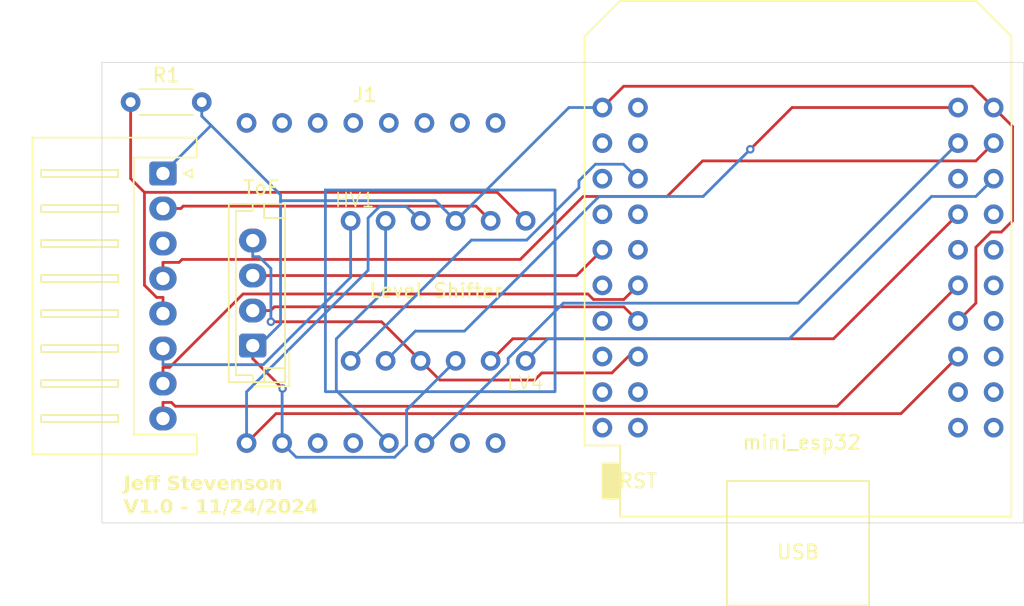
<source format=kicad_pcb>
(kicad_pcb (version 20240108) (generator "pcbnew") (generator_version "8.0")
  (layers (0 "F.Cu" signal) (31 "B.Cu" signal) (34 "B.Paste" user) (35 "F.Paste" user) (36 "B.SilkS" user "B.Silkscreen") (37 "F.SilkS" user "F.Silkscreen") (38 "B.Mask" user) (39 "F.Mask" user) (44 "Edge.Cuts" user))
  (net 0 "")
  (net 38 "GND")
  (net 39 "Net-(J2-HV4)")
  (net 40 "Net-(J2-HV3)")
  (net 41 "Net-(J2-LV1)")
  (net 42 "Net-(J2-HV)")
  (net 43 "Net-(J2-LV3)")
  (net 44 "Net-(J2-LV4)")
  (net 45 "Net-(J2-3.3v)")
  (net 46 "Net-(U1-RXD)")
  (net 47 "Net-(J2-LV2)")
  (net 48 "Net-(J2-HV1)")
  (net 49 "Net-(J4-Pin_4)")
  (net 50 "Net-(J4-Pin_7)")
  (net 51 "Net-(J4-Pin_8)")
  (net 52 "Net-(J6-Pin_3)")
  (net 53 "Net-(J6-Pin_2)")
  (net 54 "Net-(J2-HV2)")
  (footprint "Connector_PinHeader_2.54mm:Pellet Stove Header pins" (layer "F.Cu") (at 114.26 111.08 -90)
    (property "Reference" "J1" (at -13.44 -2.1 180) (layer "F.SilkS"))
    (property "Value" "~" (hide yes))
    (pad "1" thru_hole circle (at -11.43 -11.43 180) (size 1.4 1.4) (drill 0.8) (layers "*.Cu" "*.Mask"))
    (pad "2" thru_hole circle (at -11.43 -8.89 180) (size 1.4 1.4) (drill 0.8) (layers "*.Cu" "*.Mask"))
    (pad "3" thru_hole circle (at -11.43 -6.35 180) (size 1.4 1.4) (drill 0.8) (layers "*.Cu" "*.Mask"))
    (pad "4" thru_hole circle (at -11.43 -3.81 180) (size 1.4 1.4) (drill 0.8) (layers "*.Cu" "*.Mask"))
    (pad "5" thru_hole circle (at -11.43 -1.27 180) (size 1.4 1.4) (drill 0.8) (layers "*.Cu" "*.Mask"))
    (pad "6" thru_hole circle (at -11.43 1.27 180) (size 1.4 1.4) (drill 0.8) (layers "*.Cu" "*.Mask"))
    (pad "7" thru_hole circle (at -11.43 3.81 180) (size 1.4 1.4) (drill 0.8) (layers "*.Cu" "*.Mask"))
    (pad "8" thru_hole circle (at -11.43 6.35 180) (size 1.4 1.4) (drill 0.8) (layers "*.Cu" "*.Mask"))
    (pad "9" thru_hole circle (at 11.43 6.35 180) (size 1.4 1.4) (drill 0.8) (layers "*.Cu" "*.Mask") (net 42 "Net-(J2-HV)"))
    (pad "10" thru_hole circle (at 11.43 3.81 180) (size 1.4 1.4) (drill 0.8) (layers "*.Cu" "*.Mask") (net 38 "GND"))
    (pad "11" thru_hole circle (at 11.43 1.27 180) (size 1.4 1.4) (drill 0.8) (layers "*.Cu" "*.Mask"))
    (pad "12" thru_hole circle (at 11.43 -1.27 180) (size 1.4 1.4) (drill 0.8) (layers "*.Cu" "*.Mask"))
    (pad "13" thru_hole circle (at 11.43 -3.81 180) (size 1.4 1.4) (drill 0.8) (layers "*.Cu" "*.Mask") (net 54 "Net-(J2-HV2)"))
    (pad "14" thru_hole circle (at 11.43 -6.35 180) (size 1.4 1.4) (drill 0.8) (layers "*.Cu" "*.Mask") (net 46 "Net-(U1-RXD)"))
    (pad "15" thru_hole circle (at 11.43 -8.89 180) (size 1.4 1.4) (drill 0.8) (layers "*.Cu" "*.Mask"))
    (pad "16" thru_hole circle (at 11.43 -11.43 180) (size 1.4 1.4) (drill 0.8) (layers "*.Cu" "*.Mask"))
  )
  (footprint "Connector_JST:JST_EH_B4B-EH-A_1x04_P2.50mm_Vertical" (layer "F.Cu") (at 108.35 115.55 90)
    (property "Reference" "J6" (hide yes))
    (property "Value" "ToF" (at 11.26 0.61 180) (layer "F.SilkS"))
    (fp_line (start 10.11 -1.71) (end -2.61 -1.71) (stroke (width 0.12)) (layer "F.SilkS"))
    (fp_line (start -2.61 -1.71) (end -2.61 2.31) (stroke (width 0.12)) (layer "F.SilkS"))
    (fp_line (start 9.61 -1.21) (end 9.61 0) (stroke (width 0.12)) (layer "F.SilkS"))
    (fp_line (start -2.11 -1.21) (end 9.61 -1.21) (stroke (width 0.12)) (layer "F.SilkS"))
    (fp_line (start 9.61 0) (end 10.11 0) (stroke (width 0.12)) (layer "F.SilkS"))
    (fp_line (start -2.11 0) (end -2.11 -1.21) (stroke (width 0.12)) (layer "F.SilkS"))
    (fp_line (start -2.61 0) (end -2.11 0) (stroke (width 0.12)) (layer "F.SilkS"))
    (fp_line (start -2.91 0.11) (end -2.91 2.61) (stroke (width 0.12)) (layer "F.SilkS"))
    (fp_line (start 10.11 0.81) (end 9.11 0.81) (stroke (width 0.12)) (layer "F.SilkS"))
    (fp_line (start 9.11 0.81) (end 9.11 2.31) (stroke (width 0.12)) (layer "F.SilkS"))
    (fp_line (start -1.61 0.81) (end -1.61 2.31) (stroke (width 0.12)) (layer "F.SilkS"))
    (fp_line (start -2.61 0.81) (end -1.61 0.81) (stroke (width 0.12)) (layer "F.SilkS"))
    (fp_line (start 10.11 2.31) (end 10.11 -1.71) (stroke (width 0.12)) (layer "F.SilkS"))
    (fp_line (start -2.61 2.31) (end 10.11 2.31) (stroke (width 0.12)) (layer "F.SilkS"))
    (fp_line (start -2.91 2.61) (end -0.41 2.61) (stroke (width 0.12)) (layer "F.SilkS"))
    (pad "1" thru_hole roundrect (at 0 0 90) (size 1.7 1.95) (drill 0.95) (layers "*.Cu" "*.Mask") (roundrect_rratio 0.147059) (net 38 "GND"))
    (pad "2" thru_hole oval (at 2.5 0 90) (size 1.7 1.95) (drill 0.95) (layers "*.Cu" "*.Mask") (net 53 "Net-(J6-Pin_2)"))
    (pad "3" thru_hole oval (at 5 0 90) (size 1.7 1.95) (drill 0.95) (layers "*.Cu" "*.Mask") (net 52 "Net-(J6-Pin_3)"))
    (pad "4" thru_hole oval (at 7.5 0 90) (size 1.7 1.95) (drill 0.95) (layers "*.Cu" "*.Mask") (net 45 "Net-(J2-3.3v)"))
  )
  (footprint "Connector_JST:JST_XH_S8B-XH-A_1x08_P2.50mm_Horizontal" (layer "F.Cu") (at 101.94 103.26 -90)
    (property "Reference" "J4" (hide yes))
    (property "Value" "MCU USB & display")
    (fp_line (start -2.56 9.31) (end -2.56 -2.41) (stroke (width 0.12)) (layer "F.SilkS"))
    (fp_line (start 8.75 9.31) (end -2.56 9.31) (stroke (width 0.12)) (layer "F.SilkS"))
    (fp_line (start 8.75 9.31) (end 20.06 9.31) (stroke (width 0.12)) (layer "F.SilkS"))
    (fp_line (start 20.06 9.31) (end 20.06 -2.41) (stroke (width 0.12)) (layer "F.SilkS"))
    (fp_line (start -0.25 8.7) (end 0.25 8.7) (stroke (width 0.12)) (layer "F.SilkS"))
    (fp_line (start 0.25 8.7) (end 0.25 3.2) (stroke (width 0.12)) (layer "F.SilkS"))
    (fp_line (start 2.25 8.7) (end 2.75 8.7) (stroke (width 0.12)) (layer "F.SilkS"))
    (fp_line (start 2.75 8.7) (end 2.75 3.2) (stroke (width 0.12)) (layer "F.SilkS"))
    (fp_line (start 4.75 8.7) (end 5.25 8.7) (stroke (width 0.12)) (layer "F.SilkS"))
    (fp_line (start 5.25 8.7) (end 5.25 3.2) (stroke (width 0.12)) (layer "F.SilkS"))
    (fp_line (start 7.25 8.7) (end 7.75 8.7) (stroke (width 0.12)) (layer "F.SilkS"))
    (fp_line (start 7.75 8.7) (end 7.75 3.2) (stroke (width 0.12)) (layer "F.SilkS"))
    (fp_line (start 9.75 8.7) (end 10.25 8.7) (stroke (width 0.12)) (layer "F.SilkS"))
    (fp_line (start 10.25 8.7) (end 10.25 3.2) (stroke (width 0.12)) (layer "F.SilkS"))
    (fp_line (start 12.25 8.7) (end 12.75 8.7) (stroke (width 0.12)) (layer "F.SilkS"))
    (fp_line (start 12.75 8.7) (end 12.75 3.2) (stroke (width 0.12)) (layer "F.SilkS"))
    (fp_line (start 14.75 8.7) (end 15.25 8.7) (stroke (width 0.12)) (layer "F.SilkS"))
    (fp_line (start 15.25 8.7) (end 15.25 3.2) (stroke (width 0.12)) (layer "F.SilkS"))
    (fp_line (start 17.25 8.7) (end 17.75 8.7) (stroke (width 0.12)) (layer "F.SilkS"))
    (fp_line (start 17.75 8.7) (end 17.75 3.2) (stroke (width 0.12)) (layer "F.SilkS"))
    (fp_line (start -0.25 3.2) (end -0.25 8.7) (stroke (width 0.12)) (layer "F.SilkS"))
    (fp_line (start 0.25 3.2) (end -0.25 3.2) (stroke (width 0.12)) (layer "F.SilkS"))
    (fp_line (start 2.25 3.2) (end 2.25 8.7) (stroke (width 0.12)) (layer "F.SilkS"))
    (fp_line (start 2.75 3.2) (end 2.25 3.2) (stroke (width 0.12)) (layer "F.SilkS"))
    (fp_line (start 4.75 3.2) (end 4.75 8.7) (stroke (width 0.12)) (layer "F.SilkS"))
    (fp_line (start 5.25 3.2) (end 4.75 3.2) (stroke (width 0.12)) (layer "F.SilkS"))
    (fp_line (start 7.25 3.2) (end 7.25 8.7) (stroke (width 0.12)) (layer "F.SilkS"))
    (fp_line (start 7.75 3.2) (end 7.25 3.2) (stroke (width 0.12)) (layer "F.SilkS"))
    (fp_line (start 9.75 3.2) (end 9.75 8.7) (stroke (width 0.12)) (layer "F.SilkS"))
    (fp_line (start 10.25 3.2) (end 9.75 3.2) (stroke (width 0.12)) (layer "F.SilkS"))
    (fp_line (start 12.25 3.2) (end 12.25 8.7) (stroke (width 0.12)) (layer "F.SilkS"))
    (fp_line (start 12.75 3.2) (end 12.25 3.2) (stroke (width 0.12)) (layer "F.SilkS"))
    (fp_line (start 14.75 3.2) (end 14.75 8.7) (stroke (width 0.12)) (layer "F.SilkS"))
    (fp_line (start 15.25 3.2) (end 14.75 3.2) (stroke (width 0.12)) (layer "F.SilkS"))
    (fp_line (start 17.25 3.2) (end 17.25 8.7) (stroke (width 0.12)) (layer "F.SilkS"))
    (fp_line (start 17.75 3.2) (end 17.25 3.2) (stroke (width 0.12)) (layer "F.SilkS"))
    (fp_line (start -1.14 2.09) (end 8.75 2.09) (stroke (width 0.12)) (layer "F.SilkS"))
    (fp_line (start 18.64 2.09) (end 8.75 2.09) (stroke (width 0.12)) (layer "F.SilkS"))
    (fp_line (start 0 -1.5) (end -0.3 -2.1) (stroke (width 0.12)) (layer "F.SilkS"))
    (fp_line (start -0.3 -2.1) (end 0.3 -2.1) (stroke (width 0.12)) (layer "F.SilkS"))
    (fp_line (start 0.3 -2.1) (end 0 -1.5) (stroke (width 0.12)) (layer "F.SilkS"))
    (fp_line (start -2.56 -2.41) (end -1.14 -2.41) (stroke (width 0.12)) (layer "F.SilkS"))
    (fp_line (start -1.14 -2.41) (end -1.14 2.09) (stroke (width 0.12)) (layer "F.SilkS"))
    (fp_line (start 18.64 -2.41) (end 18.64 2.09) (stroke (width 0.12)) (layer "F.SilkS"))
    (fp_line (start 20.06 -2.41) (end 18.64 -2.41) (stroke (width 0.12)) (layer "F.SilkS"))
    (pad "1" thru_hole roundrect (at 0 0 270) (size 1.7 1.95) (drill 0.95) (layers "*.Cu" "*.Mask") (roundrect_rratio 0.147059) (net 38 "GND"))
    (pad "2" thru_hole oval (at 2.5 0 270) (size 1.7 1.95) (drill 0.95) (layers "*.Cu" "*.Mask") (net 40 "Net-(J2-HV3)"))
    (pad "3" thru_hole oval (at 5 0 270) (size 1.7 1.95) (drill 0.95) (layers "*.Cu" "*.Mask"))
    (pad "4" thru_hole oval (at 7.5 0 270) (size 1.7 1.95) (drill 0.95) (layers "*.Cu" "*.Mask") (net 49 "Net-(J4-Pin_4)"))
    (pad "5" thru_hole oval (at 10 0 270) (size 1.7 1.95) (drill 0.95) (layers "*.Cu" "*.Mask") (net 39 "Net-(J2-HV4)"))
    (pad "6" thru_hole oval (at 12.5 0 270) (size 1.7 1.95) (drill 0.95) (layers "*.Cu" "*.Mask") (net 48 "Net-(J2-HV1)"))
    (pad "7" thru_hole oval (at 15 0 270) (size 1.7 1.95) (drill 0.95) (layers "*.Cu" "*.Mask") (net 50 "Net-(J4-Pin_7)"))
    (pad "8" thru_hole oval (at 17.5 0 270) (size 1.7 1.95) (drill 0.95) (layers "*.Cu" "*.Mask") (net 51 "Net-(J4-Pin_8)"))
  )
  (footprint "ESP32_mini:ESP32_mini" (layer "F.Cu") (at 147.29 109.98)
    (property "Reference" "U1" (hide yes))
    (property "Value" "mini_esp32" (at 0.26 12.48 0) (layer "F.SilkS"))
    (fp_line (start -15.24 -16.51) (end -15.24 12.7) (stroke (width 0.12)) (layer "F.SilkS"))
    (fp_line (start -15.24 12.7) (end -12.7 12.7) (stroke (width 0.12)) (layer "F.SilkS"))
    (fp_line (start -12.7 -19.05) (end -15.24 -16.51) (stroke (width 0.12)) (layer "F.SilkS"))
    (fp_line (start -12.7 -19.05) (end -11.43 -19.05) (stroke (width 0.12)) (layer "F.SilkS"))
    (fp_line (start -12.7 12.7) (end -12.7 17.78) (stroke (width 0.12)) (layer "F.SilkS"))
    (fp_line (start -12.7 17.78) (end 15.24 17.78) (stroke (width 0.12)) (layer "F.SilkS"))
    (fp_line (start -5.08 15.24) (end 5.08 15.24) (stroke (width 0.12)) (layer "F.SilkS"))
    (fp_line (start -5.08 17.78) (end -5.08 15.24) (stroke (width 0.12)) (layer "F.SilkS"))
    (fp_line (start -5.08 17.78) (end -5.08 24.13) (stroke (width 0.12)) (layer "F.SilkS"))
    (fp_line (start -5.08 24.13) (end 5.08 24.13) (stroke (width 0.12)) (layer "F.SilkS"))
    (fp_line (start 5.08 15.24) (end 5.08 17.78) (stroke (width 0.12)) (layer "F.SilkS"))
    (fp_line (start 5.08 24.13) (end 5.08 17.78) (stroke (width 0.12)) (layer "F.SilkS"))
    (fp_line (start 12.7 -19.05) (end -11.43 -19.05) (stroke (width 0.12)) (layer "F.SilkS"))
    (fp_line (start 12.7 -19.05) (end 15.24 -16.51) (stroke (width 0.12)) (layer "F.SilkS"))
    (fp_line (start 15.24 -16.51) (end 15.24 17.78) (stroke (width 0.12)) (layer "F.SilkS"))
    (fp_poly (pts (xy -13.97 16.51) (xy -13.97 13.97) (xy -12.7 13.97) (xy -12.7 16.51)) (stroke (width 0.1)) (fill solid) (layer "F.SilkS"))
    (fp_text user "USB" (at 0 20.32 0) (layer "F.SilkS"))
    (fp_text user "RST" (at -11.43 15.24 0) (layer "F.SilkS"))
    (pad "1" thru_hole circle (at -13.97 -11.43 270) (size 1.4 1.4) (drill 0.8) (layers "*.Cu" "*.Mask") (net 38 "GND"))
    (pad "2" thru_hole circle (at -11.43 -11.43 270) (size 1.4 1.4) (drill 0.8) (layers "*.Cu" "*.Mask"))
    (pad "3" thru_hole circle (at -13.97 -8.89 270) (size 1.4 1.4) (drill 0.8) (layers "*.Cu" "*.Mask"))
    (pad "4" thru_hole circle (at -11.43 -8.89 270) (size 1.4 1.4) (drill 0.8) (layers "*.Cu" "*.Mask"))
    (pad "5" thru_hole circle (at -13.97 -6.35 270) (size 1.4 1.4) (drill 0.8) (layers "*.Cu" "*.Mask"))
    (pad "6" thru_hole circle (at -11.43 -6.35 270) (size 1.4 1.4) (drill 0.8) (layers "*.Cu" "*.Mask") (net 41 "Net-(J2-LV1)"))
    (pad "7" thru_hole circle (at -13.97 -3.81 270) (size 1.4 1.4) (drill 0.8) (layers "*.Cu" "*.Mask"))
    (pad "8" thru_hole circle (at -11.43 -3.81 270) (size 1.4 1.4) (drill 0.8) (layers "*.Cu" "*.Mask"))
    (pad "9" thru_hole circle (at -13.97 -1.27 270) (size 1.4 1.4) (drill 0.8) (layers "*.Cu" "*.Mask") (net 52 "Net-(J6-Pin_3)"))
    (pad "10" thru_hole circle (at -11.43 -1.27 270) (size 1.4 1.4) (drill 0.8) (layers "*.Cu" "*.Mask"))
    (pad "11" thru_hole circle (at -13.97 1.27 270) (size 1.4 1.4) (drill 0.8) (layers "*.Cu" "*.Mask"))
    (pad "12" thru_hole circle (at -11.43 1.27 270) (size 1.4 1.4) (drill 0.8) (layers "*.Cu" "*.Mask") (net 50 "Net-(J4-Pin_7)"))
    (pad "13" thru_hole circle (at -13.97 3.81 270) (size 1.4 1.4) (drill 0.8) (layers "*.Cu" "*.Mask"))
    (pad "14" thru_hole circle (at -11.43 3.81 270) (size 1.4 1.4) (drill 0.8) (layers "*.Cu" "*.Mask") (net 53 "Net-(J6-Pin_2)"))
    (pad "15" thru_hole circle (at -13.97 6.35 270) (size 1.4 1.4) (drill 0.8) (layers "*.Cu" "*.Mask"))
    (pad "16" thru_hole circle (at -11.43 6.35 270) (size 1.4 1.4) (drill 0.8) (layers "*.Cu" "*.Mask") (net 45 "Net-(J2-3.3v)"))
    (pad "17" thru_hole circle (at -13.97 8.89 270) (size 1.4 1.4) (drill 0.8) (layers "*.Cu" "*.Mask"))
    (pad "18" thru_hole circle (at -11.43 8.89 270) (size 1.4 1.4) (drill 0.8) (layers "*.Cu" "*.Mask"))
    (pad "19" thru_hole circle (at -13.97 11.43 270) (size 1.4 1.4) (drill 0.8) (layers "*.Cu" "*.Mask"))
    (pad "20" thru_hole circle (at -11.43 11.43 270) (size 1.4 1.4) (drill 0.8) (layers "*.Cu" "*.Mask"))
    (pad "21" thru_hole circle (at 11.43 -11.43 270) (size 1.4 1.4) (drill 0.8) (layers "*.Cu" "*.Mask") (net 47 "Net-(J2-LV2)"))
    (pad "22" thru_hole circle (at 13.97 -11.43 270) (size 1.4 1.4) (drill 0.8) (layers "*.Cu" "*.Mask") (net 38 "GND"))
    (pad "23" thru_hole circle (at 11.43 -8.89 270) (size 1.4 1.4) (drill 0.8) (layers "*.Cu" "*.Mask") (net 46 "Net-(U1-RXD)"))
    (pad "24" thru_hole circle (at 13.97 -8.89 270) (size 1.4 1.4) (drill 0.8) (layers "*.Cu" "*.Mask") (net 49 "Net-(J4-Pin_4)"))
    (pad "25" thru_hole circle (at 11.43 -6.35 270) (size 1.4 1.4) (drill 0.8) (layers "*.Cu" "*.Mask"))
    (pad "26" thru_hole circle (at 13.97 -6.35 270) (size 1.4 1.4) (drill 0.8) (layers "*.Cu" "*.Mask") (net 44 "Net-(J2-LV4)"))
    (pad "27" thru_hole circle (at 11.43 -3.81 270) (size 1.4 1.4) (drill 0.8) (layers "*.Cu" "*.Mask") (net 43 "Net-(J2-LV3)"))
    (pad "28" thru_hole circle (at 13.97 -3.81 270) (size 1.4 1.4) (drill 0.8) (layers "*.Cu" "*.Mask"))
    (pad "29" thru_hole circle (at 11.43 -1.27 270) (size 1.4 1.4) (drill 0.8) (layers "*.Cu" "*.Mask"))
    (pad "30" thru_hole circle (at 13.97 -1.27 270) (size 1.4 1.4) (drill 0.8) (layers "*.Cu" "*.Mask"))
    (pad "31" thru_hole circle (at 11.43 1.27 270) (size 1.4 1.4) (drill 0.8) (layers "*.Cu" "*.Mask") (net 51 "Net-(J4-Pin_8)"))
    (pad "32" thru_hole circle (at 13.97 1.27 270) (size 1.4 1.4) (drill 0.8) (layers "*.Cu" "*.Mask"))
    (pad "33" thru_hole circle (at 11.43 3.81 270) (size 1.4 1.4) (drill 0.8) (layers "*.Cu" "*.Mask") (net 38 "GND"))
    (pad "34" thru_hole circle (at 13.97 3.81 270) (size 1.4 1.4) (drill 0.8) (layers "*.Cu" "*.Mask"))
    (pad "35" thru_hole circle (at 11.43 6.35 270) (size 1.4 1.4) (drill 0.8) (layers "*.Cu" "*.Mask") (net 42 "Net-(J2-HV)"))
    (pad "36" thru_hole circle (at 13.97 6.35 270) (size 1.4 1.4) (drill 0.8) (layers "*.Cu" "*.Mask"))
    (pad "37" thru_hole circle (at 11.43 8.89 270) (size 1.4 1.4) (drill 0.8) (layers "*.Cu" "*.Mask"))
    (pad "38" thru_hole circle (at 13.97 8.89 270) (size 1.4 1.4) (drill 0.8) (layers "*.Cu" "*.Mask"))
    (pad "39" thru_hole circle (at 11.43 11.43 270) (size 1.4 1.4) (drill 0.8) (layers "*.Cu" "*.Mask"))
    (pad "40" thru_hole circle (at 13.97 11.43 270) (size 1.4 1.4) (drill 0.8) (layers "*.Cu" "*.Mask"))
  )
  (footprint "Logic Level Converter:Logic Level Converter" (layer "F.Cu") (at 123.54 113.04)
    (property "Reference" "J2" (hide yes))
    (property "Value" "~")
    (fp_rect (start -10 -8.6) (end 6.4 5.8) (stroke (width 0.2)) (fill none) (layer "B.Cu"))
    (fp_text user "HV1" (at -9.4 -7.3 0) (layer "F.SilkS") (effects (font (thickness 0.1)) (justify left bottom)))
    (fp_text user "LV4" (at 2.9 5.8 0) (layer "F.SilkS") (effects (font (thickness 0.1)) (justify left bottom)))
    (pad "1" thru_hole circle (at -8.2 3.6 270) (size 1.4 1.4) (drill 0.8) (layers "*.Cu" "*.Mask") (net 41 "Net-(J2-LV1)"))
    (pad "2" thru_hole circle (at -5.7 3.6 270) (size 1.4 1.4) (drill 0.8) (layers "*.Cu" "*.Mask") (net 47 "Net-(J2-LV2)"))
    (pad "3" thru_hole circle (at -3.2 3.6 270) (size 1.4 1.4) (drill 0.8) (layers "*.Cu" "*.Mask") (net 45 "Net-(J2-3.3v)"))
    (pad "4" thru_hole circle (at -0.7 3.6 270) (size 1.4 1.4) (drill 0.8) (layers "*.Cu" "*.Mask") (net 38 "GND"))
    (pad "5" thru_hole circle (at 1.8 3.6 270) (size 1.4 1.4) (drill 0.8) (layers "*.Cu" "*.Mask") (net 43 "Net-(J2-LV3)"))
    (pad "6" thru_hole circle (at 4.3 3.6 270) (size 1.4 1.4) (drill 0.8) (layers "*.Cu" "*.Mask") (net 44 "Net-(J2-LV4)"))
    (pad "7" thru_hole circle (at 4.3 -6.4 270) (size 1.4 1.4) (drill 0.8) (layers "*.Cu" "*.Mask") (net 39 "Net-(J2-HV4)"))
    (pad "8" thru_hole circle (at 1.8 -6.4 270) (size 1.4 1.4) (drill 0.8) (layers "*.Cu" "*.Mask") (net 40 "Net-(J2-HV3)"))
    (pad "9" thru_hole circle (at -0.7 -6.4 270) (size 1.4 1.4) (drill 0.8) (layers "*.Cu" "*.Mask") (net 38 "GND"))
    (pad "10" thru_hole circle (at -3.2 -6.4 270) (size 1.4 1.4) (drill 0.8) (layers "*.Cu" "*.Mask") (net 42 "Net-(J2-HV)"))
    (pad "11" thru_hole circle (at -5.7 -6.4 270) (size 1.4 1.4) (drill 0.8) (layers "*.Cu" "*.Mask") (net 54 "Net-(J2-HV2)"))
    (pad "12" thru_hole circle (at -8.2 -6.4 270) (size 1.4 1.4) (drill 0.8) (layers "*.Cu" "*.Mask") (net 48 "Net-(J2-HV1)"))
  )
  (footprint "Resistor_THT:R_Axial_DIN0204_L3.6mm_D1.6mm_P5.08mm_Horizontal" (layer "F.Cu") (at 99.63 98.16)
    (property "Reference" "R1" (at 2.54 -1.92 0) (layer "F.SilkS"))
    (property "Value" "1k")
    (fp_line (start 0.62 -0.92) (end 4.46 -0.92) (stroke (width 0.12)) (layer "F.SilkS"))
    (fp_line (start 0.62 0.92) (end 4.46 0.92) (stroke (width 0.12)) (layer "F.SilkS"))
    (pad "1" thru_hole circle (at 0 0) (size 1.4 1.4) (drill 0.7) (layers "*.Cu" "*.Mask") (net 39 "Net-(J2-HV4)"))
    (pad "2" thru_hole oval (at 5.08 0) (size 1.4 1.4) (drill 0.7) (layers "*.Cu" "*.Mask") (net 38 "GND"))
  )
  (gr_rect (start 97.58 95.33) (end 163.41 128.209564) (stroke (width 0.05)) (fill none) (layer "Edge.Cuts"))
  (gr_text "Level Shifter" (at 116.58 112.21 0) (layer "F.SilkS") (effects (font (size 1 1)) (justify left bottom)))
  (gr_text "Jeff Stevenson\nV1.0 - 11/24/2024\n" (at 99.12 127.71 0) (layer "F.SilkS") (effects (font (size 1 1) (thickness 0.25) (bold yes)) (justify left bottom)))
  (segment (start 133.32 98.55) (end 134.84 97.03) (width 0.2) (layer "F.Cu") (net 38))
  (segment (start 134.84 97.03) (end 159.74 97.03) (width 0.2) (layer "F.Cu") (net 38))
  (segment (start 159.74 97.03) (end 161.26 98.55) (width 0.2) (layer "F.Cu") (net 38))
  (segment (start 161.081 107.44) (end 159.99 108.531) (width 0.2) (layer "F.Cu") (net 38))
  (segment (start 159.99 108.531) (end 159.99 112.52) (width 0.2) (layer "F.Cu") (net 38))
  (segment (start 162.61 106.64) (end 161.81 107.44) (width 0.2) (layer "F.Cu") (net 38))
  (segment (start 159.99 112.52) (end 158.72 113.79) (width 0.2) (layer "F.Cu") (net 38))
  (segment (start 161.26 98.55) (end 162.61 99.9) (width 0.2) (layer "F.Cu") (net 38))
  (segment (start 108.35 116.484) (end 110.481 118.615) (width 0.2) (layer "F.Cu") (net 38))
  (segment (start 162.61 99.9) (end 162.61 106.64) (width 0.2) (layer "F.Cu") (net 38))
  (segment (start 161.81 107.44) (end 161.081 107.44) (width 0.2) (layer "F.Cu") (net 38))
  (segment (start 108.35 115.55) (end 108.35 116.484) (width 0.2) (layer "F.Cu") (net 38))
  (via (at 110.481 118.615) (size 0.6) (drill 0.3) (layers "F.Cu" "B.Cu") (net 38))
  (segment (start 119.34 120.14) (end 119.34 122.668) (width 0.2) (layer "B.Cu") (net 38))
  (segment (start 122.84 106.64) (end 130.93 98.55) (width 0.2) (layer "B.Cu") (net 38))
  (segment (start 105.3742 99.826) (end 104.71 99.1617) (width 0.2) (layer "B.Cu") (net 38))
  (segment (start 119.34 122.668) (end 118.483 123.525) (width 0.2) (layer "B.Cu") (net 38))
  (segment (start 111.465 123.525) (end 110.45 122.51) (width 0.2) (layer "B.Cu") (net 38))
  (segment (start 108.795 115.55) (end 110.336 114.009) (width 0.2) (layer "B.Cu") (net 38))
  (segment (start 121.4 105.2) (end 110.336 105.2) (width 0.2) (layer "B.Cu") (net 38))
  (segment (start 101.9402 103.26) (end 105.3742 99.826) (width 0.2) (layer "B.Cu") (net 38))
  (segment (start 108.35 115.55) (end 108.795 115.55) (width 0.2) (layer "B.Cu") (net 38))
  (segment (start 110.336 105.2) (end 110.336 104.788) (width 0.2) (layer "B.Cu") (net 38))
  (segment (start 101.94 103.26) (end 101.9402 103.26) (width 0.2) (layer "B.Cu") (net 38))
  (segment (start 110.336 104.788) (end 105.3742 99.826) (width 0.2) (layer "B.Cu") (net 38))
  (segment (start 118.483 123.525) (end 111.465 123.525) (width 0.2) (layer "B.Cu") (net 38))
  (segment (start 104.71 99.1617) (end 104.71 98.16) (width 0.2) (layer "B.Cu") (net 38))
  (segment (start 122.84 116.64) (end 119.34 120.14) (width 0.2) (layer "B.Cu") (net 38))
  (segment (start 110.481 118.615) (end 110.45 118.646) (width 0.2) (layer "B.Cu") (net 38))
  (segment (start 110.336 114.009) (end 110.336 105.2) (width 0.2) (layer "B.Cu") (net 38))
  (segment (start 130.93 98.55) (end 133.32 98.55) (width 0.2) (layer "B.Cu") (net 38))
  (segment (start 110.45 118.646) (end 110.45 122.51) (width 0.2) (layer "B.Cu") (net 38))
  (segment (start 122.84 106.64) (end 121.4 105.2) (width 0.2) (layer "B.Cu") (net 38))
  (segment (start 100.617 104.606) (end 99.63 103.618) (width 0.2) (layer "F.Cu") (net 39))
  (segment (start 101.488 112.108) (end 101.94 112.108) (width 0.2) (layer "F.Cu") (net 39))
  (segment (start 125.806 104.606) (end 100.617 104.606) (width 0.2) (layer "F.Cu") (net 39))
  (segment (start 100.617 111.237) (end 101.488 112.108) (width 0.2) (layer "F.Cu") (net 39))
  (segment (start 99.63 103.618) (end 99.63 98.16) (width 0.2) (layer "F.Cu") (net 39))
  (segment (start 127.84 106.64) (end 125.806 104.606) (width 0.2) (layer "F.Cu") (net 39))
  (segment (start 100.617 104.606) (end 100.617 111.237) (width 0.2) (layer "F.Cu") (net 39))
  (segment (start 101.94 112.108) (end 101.94 113.26) (width 0.2) (layer "F.Cu") (net 39))
  (segment (start 101.94 105.76) (end 103.217 105.76) (width 0.2) (layer "F.Cu") (net 40))
  (segment (start 103.386 105.591) (end 124.291 105.591) (width 0.2) (layer "F.Cu") (net 40))
  (segment (start 124.291 105.591) (end 125.34 106.64) (width 0.2) (layer "F.Cu") (net 40))
  (segment (start 103.217 105.76) (end 103.386 105.591) (width 0.2) (layer "F.Cu") (net 40))
  (segment (start 123.963 108.017) (end 127.908 108.017) (width 0.2) (layer "B.Cu") (net 41))
  (segment (start 131.644 103.777) (end 132.823 102.598) (width 0.2) (layer "B.Cu") (net 41))
  (segment (start 115.34 116.64) (end 123.963 108.017) (width 0.2) (layer "B.Cu") (net 41))
  (segment (start 134.828 102.598) (end 135.86 103.63) (width 0.2) (layer "B.Cu") (net 41))
  (segment (start 132.823 102.598) (end 134.828 102.598) (width 0.2) (layer "B.Cu") (net 41))
  (segment (start 131.644 104.28) (end 131.644 103.777) (width 0.2) (layer "B.Cu") (net 41))
  (segment (start 127.908 108.017) (end 131.644 104.28) (width 0.2) (layer "B.Cu") (net 41))
  (segment (start 110.012 120.408) (end 154.642 120.408) (width 0.2) (layer "F.Cu") (net 42))
  (segment (start 107.91 122.51) (end 110.012 120.408) (width 0.2) (layer "F.Cu") (net 42))
  (segment (start 154.642 120.408) (end 158.72 116.33) (width 0.2) (layer "F.Cu") (net 42))
  (segment (start 117.405 105.62) (end 119.32 105.62) (width 0.2) (layer "B.Cu") (net 42))
  (segment (start 107.91 122.51) (end 107.91 118.852) (width 0.2) (layer "B.Cu") (net 42))
  (segment (start 116.59 110.172) (end 116.59 106.435) (width 0.2) (layer "B.Cu") (net 42))
  (segment (start 107.91 118.852) (end 116.59 110.172) (width 0.2) (layer "B.Cu") (net 42))
  (segment (start 116.59 106.435) (end 117.405 105.62) (width 0.2) (layer "B.Cu") (net 42))
  (segment (start 119.32 105.62) (end 120.34 106.64) (width 0.2) (layer "B.Cu") (net 42))
  (segment (start 149.83 115.06) (end 158.72 106.17) (width 0.2) (layer "F.Cu") (net 43))
  (segment (start 125.34 116.64) (end 126.92 115.06) (width 0.2) (layer "F.Cu") (net 43))
  (segment (start 126.92 115.06) (end 149.83 115.06) (width 0.2) (layer "F.Cu") (net 43))
  (segment (start 129.42 115.06) (end 146.666 115.06) (width 0.2) (layer "B.Cu") (net 44))
  (segment (start 159.99 104.9) (end 161.26 103.63) (width 0.2) (layer "B.Cu") (net 44))
  (segment (start 156.826 104.9) (end 159.99 104.9) (width 0.2) (layer "B.Cu") (net 44))
  (segment (start 146.666 115.06) (end 156.826 104.9) (width 0.2) (layer "B.Cu") (net 44))
  (segment (start 127.84 116.64) (end 129.42 115.06) (width 0.2) (layer "B.Cu") (net 44))
  (segment (start 120.34 116.64) (end 117.547 113.847) (width 0.2) (layer "F.Cu") (net 45))
  (segment (start 128.99 117.5) (end 128.48 118.01) (width 0.2) (layer "F.Cu") (net 45))
  (segment (start 135.17 116.33) (end 134 117.5) (width 0.2) (layer "F.Cu") (net 45))
  (segment (start 135.86 116.33) (end 135.17 116.33) (width 0.2) (layer "F.Cu") (net 45))
  (segment (start 134 117.5) (end 128.99 117.5) (width 0.2) (layer "F.Cu") (net 45))
  (segment (start 128.48 118.01) (end 121.71 118.01) (width 0.2) (layer "F.Cu") (net 45))
  (segment (start 121.71 118.01) (end 120.34 116.64) (width 0.2) (layer "F.Cu") (net 45))
  (segment (start 117.547 113.847) (end 109.647 113.847) (width 0.2) (layer "F.Cu") (net 45))
  (via (at 109.647 113.847) (size 0.6) (drill 0.3) (layers "F.Cu" "B.Cu") (net 45))
  (segment (start 108.802 109.202) (end 108.35 109.202) (width 0.2) (layer "B.Cu") (net 45))
  (segment (start 109.647 113.847) (end 109.647 110.047) (width 0.2) (layer "B.Cu") (net 45))
  (segment (start 109.647 110.047) (end 108.802 109.202) (width 0.2) (layer "B.Cu") (net 45))
  (segment (start 108.35 109.202) (end 108.35 108.05) (width 0.2) (layer "B.Cu") (net 45))
  (segment (start 120.907 122.51) (end 120.61 122.51) (width 0.2) (layer "B.Cu") (net 46))
  (segment (start 147.29 112.52) (end 130.528 112.52) (width 0.2) (layer "B.Cu") (net 46))
  (segment (start 130.528 112.52) (end 126.59 116.458) (width 0.2) (layer "B.Cu") (net 46))
  (segment (start 158.72 101.09) (end 147.29 112.52) (width 0.2) (layer "B.Cu") (net 46))
  (segment (start 126.59 116.827) (end 120.907 122.51) (width 0.2) (layer "B.Cu") (net 46))
  (segment (start 126.59 116.458) (end 126.59 116.827) (width 0.2) (layer "B.Cu") (net 46))
  (segment (start 146.864 98.55) (end 158.72 98.55) (width 0.2) (layer "F.Cu") (net 47))
  (segment (start 143.882 101.532) (end 146.864 98.55) (width 0.2) (layer "F.Cu") (net 47))
  (via (at 143.882 101.532) (size 0.6) (drill 0.3) (layers "F.Cu" "B.Cu") (net 47))
  (segment (start 140.514 104.9) (end 133.085 104.9) (width 0.2) (layer "B.Cu") (net 47))
  (segment (start 143.882 101.532) (end 140.514 104.9) (width 0.2) (layer "B.Cu") (net 47))
  (segment (start 119.964 114.516) (end 117.84 116.64) (width 0.2) (layer "B.Cu") (net 47))
  (segment (start 123.469 114.516) (end 119.964 114.516) (width 0.2) (layer "B.Cu") (net 47))
  (segment (start 133.085 104.9) (end 123.469 114.516) (width 0.2) (layer "B.Cu") (net 47))
  (segment (start 101.94 115.76) (end 101.94 116.912) (width 0.2) (layer "B.Cu") (net 48))
  (segment (start 101.94 116.912) (end 109.103 116.912) (width 0.2) (layer "B.Cu") (net 48))
  (segment (start 109.103 116.912) (end 115.34 110.675) (width 0.2) (layer "B.Cu") (net 48))
  (segment (start 115.34 110.675) (end 115.34 106.64) (width 0.2) (layer "B.Cu") (net 48))
  (segment (start 140.478 102.36) (end 137.938 104.9) (width 0.2) (layer "F.Cu") (net 49))
  (segment (start 127.453 109.396) (end 103.304 109.396) (width 0.2) (layer "F.Cu") (net 49))
  (segment (start 159.99 102.36) (end 140.478 102.36) (width 0.2) (layer "F.Cu") (net 49))
  (segment (start 103.304 109.396) (end 103.092 109.608) (width 0.2) (layer "F.Cu") (net 49))
  (segment (start 137.938 104.9) (end 131.949 104.9) (width 0.2) (layer "F.Cu") (net 49))
  (segment (start 161.26 101.09) (end 159.99 102.36) (width 0.2) (layer "F.Cu") (net 49))
  (segment (start 103.092 109.608) (end 101.94 109.608) (width 0.2) (layer "F.Cu") (net 49))
  (segment (start 101.94 109.608) (end 101.94 110.76) (width 0.2) (layer "F.Cu") (net 49))
  (segment (start 131.949 104.9) (end 127.453 109.396) (width 0.2) (layer "F.Cu") (net 49))
  (segment (start 134.851 112.259) (end 135.86 111.25) (width 0.2) (layer "F.Cu") (net 50))
  (segment (start 102.412 117.108) (end 107.656 111.864) (width 0.2) (layer "F.Cu") (net 50))
  (segment (start 101.94 118.26) (end 101.94 117.108) (width 0.2) (layer "F.Cu") (net 50))
  (segment (start 107.656 111.864) (end 132.284 111.864) (width 0.2) (layer "F.Cu") (net 50))
  (segment (start 132.679 112.259) (end 134.851 112.259) (width 0.2) (layer "F.Cu") (net 50))
  (segment (start 132.284 111.864) (end 132.679 112.259) (width 0.2) (layer "F.Cu") (net 50))
  (segment (start 101.94 117.108) (end 102.412 117.108) (width 0.2) (layer "F.Cu") (net 50))
  (segment (start 101.94 120.76) (end 101.94 119.608) (width 0.2) (layer "F.Cu") (net 51))
  (segment (start 101.94 119.608) (end 102.542 119.608) (width 0.2) (layer "F.Cu") (net 51))
  (segment (start 150.087 119.883) (end 158.72 111.25) (width 0.2) (layer "F.Cu") (net 51))
  (segment (start 102.817 119.883) (end 150.087 119.883) (width 0.2) (layer "F.Cu") (net 51))
  (segment (start 102.542 119.608) (end 102.817 119.883) (width 0.2) (layer "F.Cu") (net 51))
  (segment (start 133.32 108.71) (end 131.48 110.55) (width 0.2) (layer "F.Cu") (net 52))
  (segment (start 131.48 110.55) (end 108.35 110.55) (width 0.2) (layer "F.Cu") (net 52))
  (segment (start 108.35 113.05) (end 109.627 113.05) (width 0.2) (layer "F.Cu") (net 53))
  (segment (start 109.627 113.05) (end 109.897 112.78) (width 0.2) (layer "F.Cu") (net 53))
  (segment (start 134.85 112.78) (end 135.86 113.79) (width 0.2) (layer "F.Cu") (net 53))
  (segment (start 109.897 112.78) (end 134.85 112.78) (width 0.2) (layer "F.Cu") (net 53))
  (segment (start 114.319 118.759) (end 118.07 122.51) (width 0.2) (layer "B.Cu") (net 54))
  (segment (start 117.84 111.547) (end 114.319 115.068) (width 0.2) (layer "B.Cu") (net 54))
  (segment (start 114.319 115.068) (end 114.319 118.759) (width 0.2) (layer "B.Cu") (net 54))
  (segment (start 117.84 106.64) (end 117.84 111.547) (width 0.2) (layer "B.Cu") (net 54))
)
</source>
